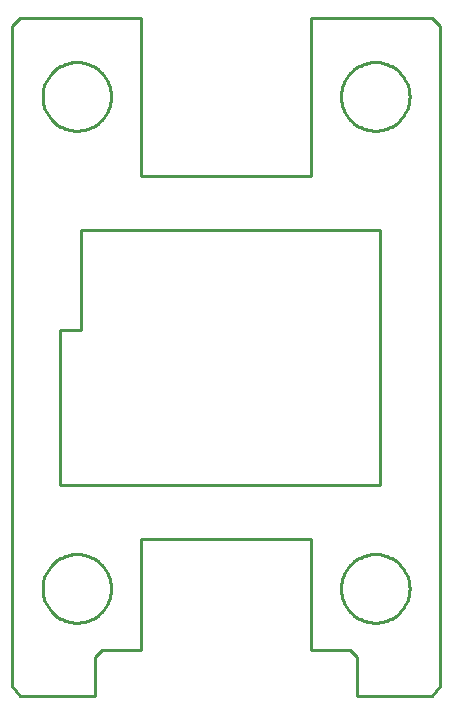
<source format=gbr>
G04 EAGLE Gerber RS-274X export*
G75*
%MOMM*%
%FSLAX34Y34*%
%LPD*%
%IN*%
%IPPOS*%
%AMOC8*
5,1,8,0,0,1.08239X$1,22.5*%
G01*
%ADD10C,0.254000*%


D10*
X0Y8890D02*
X6350Y0D01*
X69850Y0D01*
X69850Y33020D01*
X76200Y39370D01*
X109220Y39370D01*
X109220Y133350D01*
X252730Y133350D01*
X252730Y39370D01*
X285750Y39370D01*
X292100Y33020D01*
X292100Y0D01*
X355600Y0D01*
X361950Y8890D01*
X361950Y567690D01*
X355600Y574040D01*
X252730Y574040D01*
X252730Y440690D01*
X109220Y440690D01*
X109220Y574040D01*
X6350Y574040D01*
X0Y567690D01*
X0Y8890D01*
X40640Y179070D02*
X311150Y179070D01*
X311150Y394970D01*
X58420Y394970D01*
X58420Y309880D01*
X40640Y309880D01*
X40640Y179070D01*
X83610Y507241D02*
X83531Y505724D01*
X83372Y504213D01*
X83134Y502713D01*
X82818Y501228D01*
X82425Y499761D01*
X81956Y498316D01*
X81412Y496898D01*
X80794Y495511D01*
X80104Y494158D01*
X79345Y492842D01*
X78518Y491569D01*
X77625Y490340D01*
X76669Y489160D01*
X75653Y488031D01*
X74579Y486957D01*
X73450Y485941D01*
X72270Y484985D01*
X71041Y484092D01*
X69768Y483265D01*
X68452Y482506D01*
X67099Y481816D01*
X65712Y481198D01*
X64294Y480654D01*
X62849Y480185D01*
X61382Y479792D01*
X59897Y479476D01*
X58397Y479238D01*
X56886Y479080D01*
X55369Y479000D01*
X53851Y479000D01*
X52334Y479080D01*
X50823Y479238D01*
X49323Y479476D01*
X47838Y479792D01*
X46371Y480185D01*
X44926Y480654D01*
X43508Y481198D01*
X42121Y481816D01*
X40768Y482506D01*
X39452Y483265D01*
X38179Y484092D01*
X36950Y484985D01*
X35770Y485941D01*
X34641Y486957D01*
X33567Y488031D01*
X32551Y489160D01*
X31595Y490340D01*
X30702Y491569D01*
X29875Y492842D01*
X29116Y494158D01*
X28426Y495511D01*
X27808Y496898D01*
X27264Y498316D01*
X26795Y499761D01*
X26402Y501228D01*
X26086Y502713D01*
X25848Y504213D01*
X25690Y505724D01*
X25610Y507241D01*
X25610Y508759D01*
X25690Y510276D01*
X25848Y511787D01*
X26086Y513287D01*
X26402Y514772D01*
X26795Y516239D01*
X27264Y517684D01*
X27808Y519102D01*
X28426Y520489D01*
X29116Y521842D01*
X29875Y523158D01*
X30702Y524431D01*
X31595Y525660D01*
X32551Y526840D01*
X33567Y527969D01*
X34641Y529043D01*
X35770Y530059D01*
X36950Y531015D01*
X38179Y531908D01*
X39452Y532735D01*
X40768Y533494D01*
X42121Y534184D01*
X43508Y534802D01*
X44926Y535346D01*
X46371Y535815D01*
X47838Y536208D01*
X49323Y536524D01*
X50823Y536762D01*
X52334Y536921D01*
X53851Y537000D01*
X55369Y537000D01*
X56886Y536921D01*
X58397Y536762D01*
X59897Y536524D01*
X61382Y536208D01*
X62849Y535815D01*
X64294Y535346D01*
X65712Y534802D01*
X67099Y534184D01*
X68452Y533494D01*
X69768Y532735D01*
X71041Y531908D01*
X72270Y531015D01*
X73450Y530059D01*
X74579Y529043D01*
X75653Y527969D01*
X76669Y526840D01*
X77625Y525660D01*
X78518Y524431D01*
X79345Y523158D01*
X80104Y521842D01*
X80794Y520489D01*
X81412Y519102D01*
X81956Y517684D01*
X82425Y516239D01*
X82818Y514772D01*
X83134Y513287D01*
X83372Y511787D01*
X83531Y510276D01*
X83610Y508759D01*
X83610Y507241D01*
X336340Y507241D02*
X336261Y505724D01*
X336102Y504213D01*
X335864Y502713D01*
X335548Y501228D01*
X335155Y499761D01*
X334686Y498316D01*
X334142Y496898D01*
X333524Y495511D01*
X332834Y494158D01*
X332075Y492842D01*
X331248Y491569D01*
X330355Y490340D01*
X329399Y489160D01*
X328383Y488031D01*
X327309Y486957D01*
X326180Y485941D01*
X325000Y484985D01*
X323771Y484092D01*
X322498Y483265D01*
X321182Y482506D01*
X319829Y481816D01*
X318442Y481198D01*
X317024Y480654D01*
X315579Y480185D01*
X314112Y479792D01*
X312627Y479476D01*
X311127Y479238D01*
X309616Y479080D01*
X308099Y479000D01*
X306581Y479000D01*
X305064Y479080D01*
X303553Y479238D01*
X302053Y479476D01*
X300568Y479792D01*
X299101Y480185D01*
X297656Y480654D01*
X296238Y481198D01*
X294851Y481816D01*
X293498Y482506D01*
X292182Y483265D01*
X290909Y484092D01*
X289680Y484985D01*
X288500Y485941D01*
X287371Y486957D01*
X286297Y488031D01*
X285281Y489160D01*
X284325Y490340D01*
X283432Y491569D01*
X282605Y492842D01*
X281846Y494158D01*
X281156Y495511D01*
X280538Y496898D01*
X279994Y498316D01*
X279525Y499761D01*
X279132Y501228D01*
X278816Y502713D01*
X278578Y504213D01*
X278420Y505724D01*
X278340Y507241D01*
X278340Y508759D01*
X278420Y510276D01*
X278578Y511787D01*
X278816Y513287D01*
X279132Y514772D01*
X279525Y516239D01*
X279994Y517684D01*
X280538Y519102D01*
X281156Y520489D01*
X281846Y521842D01*
X282605Y523158D01*
X283432Y524431D01*
X284325Y525660D01*
X285281Y526840D01*
X286297Y527969D01*
X287371Y529043D01*
X288500Y530059D01*
X289680Y531015D01*
X290909Y531908D01*
X292182Y532735D01*
X293498Y533494D01*
X294851Y534184D01*
X296238Y534802D01*
X297656Y535346D01*
X299101Y535815D01*
X300568Y536208D01*
X302053Y536524D01*
X303553Y536762D01*
X305064Y536921D01*
X306581Y537000D01*
X308099Y537000D01*
X309616Y536921D01*
X311127Y536762D01*
X312627Y536524D01*
X314112Y536208D01*
X315579Y535815D01*
X317024Y535346D01*
X318442Y534802D01*
X319829Y534184D01*
X321182Y533494D01*
X322498Y532735D01*
X323771Y531908D01*
X325000Y531015D01*
X326180Y530059D01*
X327309Y529043D01*
X328383Y527969D01*
X329399Y526840D01*
X330355Y525660D01*
X331248Y524431D01*
X332075Y523158D01*
X332834Y521842D01*
X333524Y520489D01*
X334142Y519102D01*
X334686Y517684D01*
X335155Y516239D01*
X335548Y514772D01*
X335864Y513287D01*
X336102Y511787D01*
X336261Y510276D01*
X336340Y508759D01*
X336340Y507241D01*
X83610Y90681D02*
X83531Y89164D01*
X83372Y87653D01*
X83134Y86153D01*
X82818Y84668D01*
X82425Y83201D01*
X81956Y81756D01*
X81412Y80338D01*
X80794Y78951D01*
X80104Y77598D01*
X79345Y76282D01*
X78518Y75009D01*
X77625Y73780D01*
X76669Y72600D01*
X75653Y71471D01*
X74579Y70397D01*
X73450Y69381D01*
X72270Y68425D01*
X71041Y67532D01*
X69768Y66705D01*
X68452Y65946D01*
X67099Y65256D01*
X65712Y64638D01*
X64294Y64094D01*
X62849Y63625D01*
X61382Y63232D01*
X59897Y62916D01*
X58397Y62678D01*
X56886Y62520D01*
X55369Y62440D01*
X53851Y62440D01*
X52334Y62520D01*
X50823Y62678D01*
X49323Y62916D01*
X47838Y63232D01*
X46371Y63625D01*
X44926Y64094D01*
X43508Y64638D01*
X42121Y65256D01*
X40768Y65946D01*
X39452Y66705D01*
X38179Y67532D01*
X36950Y68425D01*
X35770Y69381D01*
X34641Y70397D01*
X33567Y71471D01*
X32551Y72600D01*
X31595Y73780D01*
X30702Y75009D01*
X29875Y76282D01*
X29116Y77598D01*
X28426Y78951D01*
X27808Y80338D01*
X27264Y81756D01*
X26795Y83201D01*
X26402Y84668D01*
X26086Y86153D01*
X25848Y87653D01*
X25690Y89164D01*
X25610Y90681D01*
X25610Y92199D01*
X25690Y93716D01*
X25848Y95227D01*
X26086Y96727D01*
X26402Y98212D01*
X26795Y99679D01*
X27264Y101124D01*
X27808Y102542D01*
X28426Y103929D01*
X29116Y105282D01*
X29875Y106598D01*
X30702Y107871D01*
X31595Y109100D01*
X32551Y110280D01*
X33567Y111409D01*
X34641Y112483D01*
X35770Y113499D01*
X36950Y114455D01*
X38179Y115348D01*
X39452Y116175D01*
X40768Y116934D01*
X42121Y117624D01*
X43508Y118242D01*
X44926Y118786D01*
X46371Y119255D01*
X47838Y119648D01*
X49323Y119964D01*
X50823Y120202D01*
X52334Y120361D01*
X53851Y120440D01*
X55369Y120440D01*
X56886Y120361D01*
X58397Y120202D01*
X59897Y119964D01*
X61382Y119648D01*
X62849Y119255D01*
X64294Y118786D01*
X65712Y118242D01*
X67099Y117624D01*
X68452Y116934D01*
X69768Y116175D01*
X71041Y115348D01*
X72270Y114455D01*
X73450Y113499D01*
X74579Y112483D01*
X75653Y111409D01*
X76669Y110280D01*
X77625Y109100D01*
X78518Y107871D01*
X79345Y106598D01*
X80104Y105282D01*
X80794Y103929D01*
X81412Y102542D01*
X81956Y101124D01*
X82425Y99679D01*
X82818Y98212D01*
X83134Y96727D01*
X83372Y95227D01*
X83531Y93716D01*
X83610Y92199D01*
X83610Y90681D01*
X336340Y90681D02*
X336261Y89164D01*
X336102Y87653D01*
X335864Y86153D01*
X335548Y84668D01*
X335155Y83201D01*
X334686Y81756D01*
X334142Y80338D01*
X333524Y78951D01*
X332834Y77598D01*
X332075Y76282D01*
X331248Y75009D01*
X330355Y73780D01*
X329399Y72600D01*
X328383Y71471D01*
X327309Y70397D01*
X326180Y69381D01*
X325000Y68425D01*
X323771Y67532D01*
X322498Y66705D01*
X321182Y65946D01*
X319829Y65256D01*
X318442Y64638D01*
X317024Y64094D01*
X315579Y63625D01*
X314112Y63232D01*
X312627Y62916D01*
X311127Y62678D01*
X309616Y62520D01*
X308099Y62440D01*
X306581Y62440D01*
X305064Y62520D01*
X303553Y62678D01*
X302053Y62916D01*
X300568Y63232D01*
X299101Y63625D01*
X297656Y64094D01*
X296238Y64638D01*
X294851Y65256D01*
X293498Y65946D01*
X292182Y66705D01*
X290909Y67532D01*
X289680Y68425D01*
X288500Y69381D01*
X287371Y70397D01*
X286297Y71471D01*
X285281Y72600D01*
X284325Y73780D01*
X283432Y75009D01*
X282605Y76282D01*
X281846Y77598D01*
X281156Y78951D01*
X280538Y80338D01*
X279994Y81756D01*
X279525Y83201D01*
X279132Y84668D01*
X278816Y86153D01*
X278578Y87653D01*
X278420Y89164D01*
X278340Y90681D01*
X278340Y92199D01*
X278420Y93716D01*
X278578Y95227D01*
X278816Y96727D01*
X279132Y98212D01*
X279525Y99679D01*
X279994Y101124D01*
X280538Y102542D01*
X281156Y103929D01*
X281846Y105282D01*
X282605Y106598D01*
X283432Y107871D01*
X284325Y109100D01*
X285281Y110280D01*
X286297Y111409D01*
X287371Y112483D01*
X288500Y113499D01*
X289680Y114455D01*
X290909Y115348D01*
X292182Y116175D01*
X293498Y116934D01*
X294851Y117624D01*
X296238Y118242D01*
X297656Y118786D01*
X299101Y119255D01*
X300568Y119648D01*
X302053Y119964D01*
X303553Y120202D01*
X305064Y120361D01*
X306581Y120440D01*
X308099Y120440D01*
X309616Y120361D01*
X311127Y120202D01*
X312627Y119964D01*
X314112Y119648D01*
X315579Y119255D01*
X317024Y118786D01*
X318442Y118242D01*
X319829Y117624D01*
X321182Y116934D01*
X322498Y116175D01*
X323771Y115348D01*
X325000Y114455D01*
X326180Y113499D01*
X327309Y112483D01*
X328383Y111409D01*
X329399Y110280D01*
X330355Y109100D01*
X331248Y107871D01*
X332075Y106598D01*
X332834Y105282D01*
X333524Y103929D01*
X334142Y102542D01*
X334686Y101124D01*
X335155Y99679D01*
X335548Y98212D01*
X335864Y96727D01*
X336102Y95227D01*
X336261Y93716D01*
X336340Y92199D01*
X336340Y90681D01*
M02*

</source>
